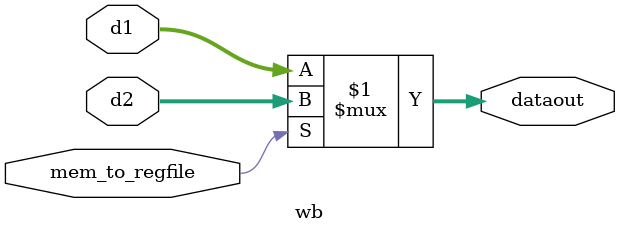
<source format=v>
`include "global_define.vh"
`timescale 1ns / 1ps
module wb(
    input [31:0] d1,
    input [31:0] d2,
    input mem_to_regfile,
    output [31:0] dataout
);

    assign dataout = mem_to_regfile ? d2 : d1;

endmodule
</source>
